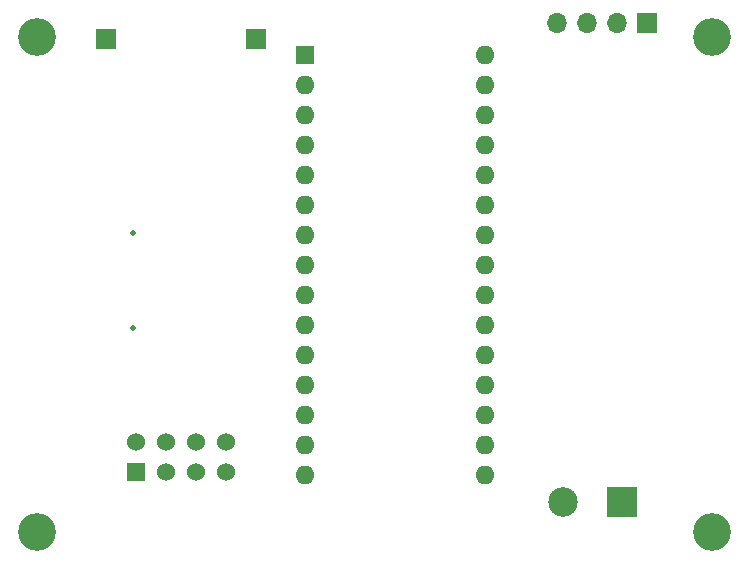
<source format=gbr>
%TF.GenerationSoftware,KiCad,Pcbnew,(5.1.10)-1*%
%TF.CreationDate,2021-11-03T11:27:17+01:00*%
%TF.ProjectId,Telemetry,54656c65-6d65-4747-9279-2e6b69636164,rev?*%
%TF.SameCoordinates,Original*%
%TF.FileFunction,Soldermask,Bot*%
%TF.FilePolarity,Negative*%
%FSLAX46Y46*%
G04 Gerber Fmt 4.6, Leading zero omitted, Abs format (unit mm)*
G04 Created by KiCad (PCBNEW (5.1.10)-1) date 2021-11-03 11:27:17*
%MOMM*%
%LPD*%
G01*
G04 APERTURE LIST*
%ADD10C,0.500000*%
%ADD11R,1.700000X1.700000*%
%ADD12O,1.700000X1.700000*%
%ADD13R,2.500000X2.500000*%
%ADD14C,2.500000*%
%ADD15R,1.600000X1.600000*%
%ADD16O,1.600000X1.600000*%
%ADD17C,1.524000*%
%ADD18R,1.524000X1.524000*%
%ADD19C,3.200000*%
G04 APERTURE END LIST*
D10*
%TO.C,J5*%
X154230000Y-68710000D03*
X154230000Y-76710000D03*
%TD*%
D11*
%TO.C,U3*%
X197739000Y-50927000D03*
D12*
X195199000Y-50927000D03*
X192659000Y-50927000D03*
X190119000Y-50927000D03*
%TD*%
D13*
%TO.C,U2*%
X195580000Y-91440000D03*
D14*
X190580000Y-91440000D03*
%TD*%
D11*
%TO.C, *%
X151892000Y-52260500D03*
%TD*%
%TO.C, *%
X164655500Y-52260500D03*
%TD*%
D15*
%TO.C,U1*%
X168783000Y-53594000D03*
D16*
X184023000Y-86614000D03*
X168783000Y-56134000D03*
X184023000Y-84074000D03*
X168783000Y-58674000D03*
X184023000Y-81534000D03*
X168783000Y-61214000D03*
X184023000Y-78994000D03*
X168783000Y-63754000D03*
X184023000Y-76454000D03*
X168783000Y-66294000D03*
X184023000Y-73914000D03*
X168783000Y-68834000D03*
X184023000Y-71374000D03*
X168783000Y-71374000D03*
X184023000Y-68834000D03*
X168783000Y-73914000D03*
X184023000Y-66294000D03*
X168783000Y-76454000D03*
X184023000Y-63754000D03*
X168783000Y-78994000D03*
X184023000Y-61214000D03*
X168783000Y-81534000D03*
X184023000Y-58674000D03*
X168783000Y-84074000D03*
X184023000Y-56134000D03*
X168783000Y-86614000D03*
X184023000Y-53594000D03*
X168783000Y-89154000D03*
X184023000Y-89154000D03*
%TD*%
D17*
%TO.C,U4*%
X162102800Y-86360000D03*
X162102800Y-88900000D03*
X159562800Y-86360000D03*
X159562800Y-88900000D03*
X157022800Y-86360000D03*
X157022800Y-88900000D03*
X154482800Y-86360000D03*
D18*
X154482800Y-88900000D03*
%TD*%
D19*
%TO.C, *%
X146050000Y-52070000D03*
%TD*%
%TO.C, *%
X203200000Y-52070000D03*
%TD*%
%TO.C, *%
X203200000Y-93980000D03*
%TD*%
%TO.C, *%
X146050000Y-93980000D03*
%TD*%
M02*

</source>
